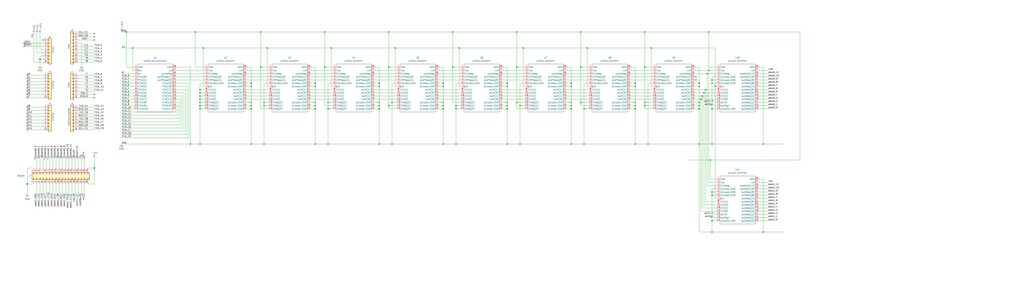
<source format=kicad_sch>
(kicad_sch (version 20250114) (generator "eeschema") (generator_version "9.0")
  (paper "User" 812.8 228.6)
  (title_block (date "mar. 31 mars 2015"))
  (lib_symbols
    (symbol "Connector_Generic:Conn_01x08" (pin_names (offset 1.016) (hide yes))
      (property "Reference" "J" (at 0 10.16 0))
      (property "Value" "Conn_01x08" (at 0 -12.7 0))
      (symbol "Conn_01x08_1_1"
        (pin passive line (at -5.08 7.62 0) (length 3.81) (name "Pin_1") (number "1"))
        (pin passive line (at -5.08 5.08 0) (length 3.81) (name "Pin_2") (number "2"))
        (pin passive line (at -5.08 2.54 0) (length 3.81) (name "Pin_3") (number "3"))
        (pin passive line (at -5.08 0 0) (length 3.81) (name "Pin_4") (number "4"))
        (pin passive line (at -5.08 -2.54 0) (length 3.81) (name "Pin_5") (number "5"))
        (pin passive line (at -5.08 -5.08 0) (length 3.81) (name "Pin_6") (number "6"))
        (pin passive line (at -5.08 -7.62 0) (length 3.81) (name "Pin_7") (number "7"))
        (pin passive line (at -5.08 -10.16 0) (length 3.81) (name "Pin_8") (number "8"))
      )
    )
    (symbol "Connector_Generic:Conn_01x10" (pin_names (offset 1.016) (hide yes))
      (property "Reference" "J" (at 0 12.7 0))
      (property "Value" "Conn_01x10" (at 0 -15.24 0))
      (symbol "Conn_01x10_1_1"
        (pin passive line (at -5.08 10.16 0) (length 3.81) (name "Pin_1") (number "1"))
        (pin passive line (at -5.08 7.62 0) (length 3.81) (name "Pin_2") (number "2"))
        (pin passive line (at -5.08 5.08 0) (length 3.81) (name "Pin_3") (number "3"))
        (pin passive line (at -5.08 2.54 0) (length 3.81) (name "Pin_4") (number "4"))
        (pin passive line (at -5.08 0 0) (length 3.81) (name "Pin_5") (number "5"))
        (pin passive line (at -5.08 -2.54 0) (length 3.81) (name "Pin_6") (number "6"))
        (pin passive line (at -5.08 -5.08 0) (length 3.81) (name "Pin_7") (number "7"))
        (pin passive line (at -5.08 -7.62 0) (length 3.81) (name "Pin_8") (number "8"))
        (pin passive line (at -5.08 -10.16 0) (length 3.81) (name "Pin_9") (number "9"))
        (pin passive line (at -5.08 -12.7 0) (length 3.81) (name "Pin_10") (number "10"))
      )
    )
    (symbol "Connector_Generic:Conn_02x18_Odd_Even" (pin_names (offset 1.016) (hide yes))
      (property "Reference" "J" (at 1.27 22.86 0))
      (property "Value" "Conn_02x18_Odd_Even" (at 1.27 -25.4 0))
      (symbol "Conn_02x18_Odd_Even_1_1"
        (pin passive line (at -5.08 20.32 0) (length 3.81) (name "Pin_1") (number "1"))
        (pin passive line (at -5.08 17.78 0) (length 3.81) (name "Pin_3") (number "3"))
        (pin passive line (at -5.08 15.24 0) (length 3.81) (name "Pin_5") (number "5"))
        (pin passive line (at -5.08 12.7 0) (length 3.81) (name "Pin_7") (number "7"))
        (pin passive line (at -5.08 10.16 0) (length 3.81) (name "Pin_9") (number "9"))
        (pin passive line (at -5.08 7.62 0) (length 3.81) (name "Pin_11") (number "11"))
        (pin passive line (at -5.08 5.08 0) (length 3.81) (name "Pin_13") (number "13"))
        (pin passive line (at -5.08 2.54 0) (length 3.81) (name "Pin_15") (number "15"))
        (pin passive line (at -5.08 0 0) (length 3.81) (name "Pin_17") (number "17"))
        (pin passive line (at -5.08 -2.54 0) (length 3.81) (name "Pin_19") (number "19"))
        (pin passive line (at -5.08 -5.08 0) (length 3.81) (name "Pin_21") (number "21"))
        (pin passive line (at -5.08 -7.62 0) (length 3.81) (name "Pin_23") (number "23"))
        (pin passive line (at -5.08 -10.16 0) (length 3.81) (name "Pin_25") (number "25"))
        (pin passive line (at -5.08 -12.7 0) (length 3.81) (name "Pin_27") (number "27"))
        (pin passive line (at -5.08 -15.24 0) (length 3.81) (name "Pin_29") (number "29"))
        (pin passive line (at -5.08 -17.78 0) (length 3.81) (name "Pin_31") (number "31"))
        (pin passive line (at -5.08 -20.32 0) (length 3.81) (name "Pin_33") (number "33"))
        (pin passive line (at -5.08 -22.86 0) (length 3.81) (name "Pin_35") (number "35"))
        (pin passive line (at 7.62 20.32 180) (length 3.81) (name "Pin_2") (number "2"))
        (pin passive line (at 7.62 17.78 180) (length 3.81) (name "Pin_4") (number "4"))
        (pin passive line (at 7.62 15.24 180) (length 3.81) (name "Pin_6") (number "6"))
        (pin passive line (at 7.62 12.7 180) (length 3.81) (name "Pin_8") (number "8"))
        (pin passive line (at 7.62 10.16 180) (length 3.81) (name "Pin_10") (number "10"))
        (pin passive line (at 7.62 7.62 180) (length 3.81) (name "Pin_12") (number "12"))
        (pin passive line (at 7.62 5.08 180) (length 3.81) (name "Pin_14") (number "14"))
        (pin passive line (at 7.62 2.54 180) (length 3.81) (name "Pin_16") (number "16"))
        (pin passive line (at 7.62 0 180) (length 3.81) (name "Pin_18") (number "18"))
        (pin passive line (at 7.62 -2.54 180) (length 3.81) (name "Pin_20") (number "20"))
        (pin passive line (at 7.62 -5.08 180) (length 3.81) (name "Pin_22") (number "22"))
        (pin passive line (at 7.62 -7.62 180) (length 3.81) (name "Pin_24") (number "24"))
        (pin passive line (at 7.62 -10.16 180) (length 3.81) (name "Pin_26") (number "26"))
        (pin passive line (at 7.62 -12.7 180) (length 3.81) (name "Pin_28") (number "28"))
        (pin passive line (at 7.62 -15.24 180) (length 3.81) (name "Pin_30") (number "30"))
        (pin passive line (at 7.62 -17.78 180) (length 3.81) (name "Pin_32") (number "32"))
        (pin passive line (at 7.62 -20.32 180) (length 3.81) (name "Pin_34") (number "34"))
        (pin passive line (at 7.62 -22.86 180) (length 3.81) (name "Pin_36") (number "36"))
      )
    )
    (symbol "power:+3V3" (power) (pin_names (offset 0))
      (property "Value" "+3V3" (at 0 3.556 0))
      (symbol "+3V3_1_1"
        (pin power_in line (at 0 0 90) (length 0) (hide yes) (name "+3V3") (number "1"))
      )
    )
    (symbol "power:+5V" (power) (pin_names (offset 0))
      (property "Value" "+5V" (at 0 3.556 0))
      (symbol "+5V_1_1"
        (pin power_in line (at 0 0 90) (length 0) (hide yes) (name "+5V") (number "1"))
      )
    )
    (symbol "power:GND" (power) (pin_names (offset 0))
      (property "Value" "GND" (at 0 -3.81 0))
      (symbol "GND_1_1"
        (pin power_in line (at 0 0 270) (length 0) (hide yes) (name "GND") (number "1"))
      )
    )
    (symbol "power:VCC" (power) (pin_names (offset 0))
      (property "Value" "VCC" (at 0 3.81 0))
      (symbol "VCC_1_1"
        (pin power_in line (at 0 0 90) (length 0) (hide yes) (name "VCC") (number "1"))
      )
    )
    (symbol "user_mychip25y1st_nco_sub1:NCO_Sub1"
      (property "Reference" "U" (at 0 22.86 0))
      (property "Value" "phase_accumulator" (at 0 20.32 0))
      (symbol "NCO_Sub1_1_1"
        (pin power_in line (at -16.51 16.51 0) (length 2.54) (name "VDD") (number "1"))
        (pin input clock (at -16.51 13.97 0) (length 2.54) (name "clk") (number "2"))
        (pin input line (at -16.51 11.43 0) (length 2.54) (name "en") (number "3"))
        (pin input line (at -16.51 8.89 0) (length 2.54) (name "FCW[0]") (number "4"))
        (pin input line (at -16.51 6.35 0) (length 2.54) (name "FCW[1]") (number "5"))
        (pin input line (at -16.51 3.81 0) (length 2.54) (name "FCW[2]") (number "6"))
        (pin input line (at -16.51 1.27 0) (length 2.54) (name "FCW[3]") (number "7"))
        (pin input line (at -16.51 -1.27 0) (length 2.54) (name "FCW[4]") (number "8"))
        (pin input line (at -16.51 -3.81 0) (length 2.54) (name "FCW[5]") (number "9"))
        (pin input line (at -16.51 -6.35 0) (length 2.54) (name "FCW[6]") (number "10"))
        (pin input line (at -16.51 -8.89 0) (length 2.54) (name "FCW[7]") (number "11"))
        (pin input line (at -16.51 -11.43 0) (length 2.54) (name "FCW[8]") (number "12"))
        (pin input line (at -16.51 -13.97 0) (length 2.54) (name "FCW[9]") (number "13"))
        (pin input line (at -16.51 -16.51 0) (length 2.54) (name "FCW[10]") (number "14"))
        (pin power_in line (at 16.51 16.51 180) (length 2.54) (name "GND") (number "28"))
        (pin output line (at 16.51 13.97 180) (length 2.54) (name "vld") (number "27"))
        (pin output line (at 16.51 11.43 180) (length 2.54) (name "outIsNeg") (number "26"))
        (pin output line (at 16.51 8.89 180) (length 2.54) (name "outPhase[1]") (number "25"))
        (pin output line (at 16.51 6.35 180) (length 2.54) (name "outPhase[0]") (number "24"))
        (pin input line (at 16.51 3.81 180) (length 2.54) (name "FCW[19]") (number "23"))
        (pin input line (at 16.51 1.27 180) (length 2.54) (name "FCW[18]") (number "22"))
        (pin input line (at 16.51 -1.27 180) (length 2.54) (name "FCW[17]") (number "21"))
        (pin input line (at 16.51 -3.81 180) (length 2.54) (name "FCW[16]") (number "20"))
        (pin input line (at 16.51 -6.35 180) (length 2.54) (name "FCW[15]") (number "19"))
        (pin input line (at 16.51 -8.89 180) (length 2.54) (name "FCW[14]") (number "18"))
        (pin input line (at 16.51 -11.43 180) (length 2.54) (name "FCW[13]") (number "17"))
        (pin input line (at 16.51 -13.97 180) (length 2.54) (name "FCW[12]") (number "16"))
        (pin input line (at 16.51 -16.51 180) (length 2.54) (name "FCW[11]") (number "15"))
      )
    )
    (symbol "user_mychip25y1st_nco_sub2:NCO_Sub2"
      (property "Reference" "U" (at 0 21.59 0))
      (property "Value" "cordic_element" (at 0 19.05 0))
      (symbol "NCO_Sub2_1_1"
        (pin power_in line (at -16.51 15.24 0) (length 2.54) (name "VDD") (number "1"))
        (pin input line (at -16.51 12.7 0) (length 2.54) (name "rdy") (number "2"))
        (pin input line (at -16.51 10.16 0) (length 2.54) (name "inIsNeg") (number "3"))
        (pin input line (at -16.51 7.62 0) (length 2.54) (name "inPhase[0]") (number "4"))
        (pin input line (at -16.51 5.08 0) (length 2.54) (name "inPhase[1]") (number "5"))
        (pin input line (at -16.51 2.54 0) (length 2.54) (name "Unused_GND") (number "6"))
        (pin input clock (at -16.51 0 0) (length 2.54) (name "clk") (number "7"))
        (pin input line (at -16.51 -2.54 0) (length 2.54) (name "inX[1]") (number "8"))
        (pin input line (at -16.51 -5.08 0) (length 2.54) (name "inX[0]") (number "9"))
        (pin input line (at -16.51 -7.62 0) (length 2.54) (name "inY[1]") (number "10"))
        (pin input line (at -16.51 -10.16 0) (length 2.54) (name "inY[0]") (number "11"))
        (pin input line (at -16.51 -12.7 0) (length 2.54) (name "inStg[2]") (number "12"))
        (pin input line (at -16.51 -15.24 0) (length 2.54) (name "inStg[1]") (number "13"))
        (pin input line (at -16.51 -17.78 0) (length 2.54) (name "inStg[0]") (number "14"))
        (pin power_in line (at 16.51 15.24 180) (length 2.54) (name "GND") (number "28"))
        (pin output line (at 16.51 12.7 180) (length 2.54) (name "vld") (number "27"))
        (pin output line (at 16.51 10.16 180) (length 2.54) (name "outIsNeg") (number "26"))
        (pin output line (at 16.51 7.62 180) (length 2.54) (name "outPhase[1]") (number "25"))
        (pin output line (at 16.51 5.08 180) (length 2.54) (name "outPhase[0]") (number "24"))
        (pin input line (at 16.51 2.54 180) (length 2.54) (name "Unused_GND") (number "23"))
        (pin input line (at 16.51 0 180) (length 2.54) (name "Unused_GND") (number "22"))
        (pin output line (at 16.51 -2.54 180) (length 2.54) (name "outX[1]") (number "21"))
        (pin output line (at 16.51 -5.08 180) (length 2.54) (name "outX[0]") (number "20"))
        (pin output line (at 16.51 -7.62 180) (length 2.54) (name "outY[1]") (number "19"))
        (pin output line (at 16.51 -10.16 180) (length 2.54) (name "outY[0]") (number "18"))
        (pin input line (at 16.51 -12.7 180) (length 2.54) (name "Unused_GND") (number "17"))
        (pin input line (at 16.51 -15.24 180) (length 2.54) (name "Unused_GND") (number "16"))
        (pin input line (at 16.51 -17.78 180) (length 2.54) (name "Unused_GND") (number "15"))
      )
    )
    (symbol "user_mychip25y1st_nco_sub3:NCO_Sub3"
      (property "Reference" "U" (at 0 21.59 0))
      (property "Value" "output_terminal" (at 0 19.05 0))
      (symbol "NCO_Sub3_1_1"
        (pin power_in line (at -16.51 15.24 0) (length 2.54) (name "VDD") (number "1"))
        (pin input line (at -16.51 12.7 0) (length 2.54) (name "rdy") (number "2"))
        (pin input line (at -16.51 10.16 0) (length 2.54) (name "inIsNeg") (number "3"))
        (pin input line (at -16.51 7.62 0) (length 2.54) (name "Unused_GND") (number "4"))
        (pin input line (at -16.51 5.08 0) (length 2.54) (name "Unused_GND") (number "5"))
        (pin input line (at -16.51 2.54 0) (length 2.54) (name "Unused_GND") (number "6"))
        (pin input clock (at -16.51 0 0) (length 2.54) (name "clk") (number "7"))
        (pin input line (at -16.51 -2.54 0) (length 2.54) (name "inX[1]") (number "8"))
        (pin input line (at -16.51 -5.08 0) (length 2.54) (name "inX[0]") (number "9"))
        (pin input line (at -16.51 -7.62 0) (length 2.54) (name "inY[1]") (number "10"))
        (pin input line (at -16.51 -10.16 0) (length 2.54) (name "inY[0]") (number "11"))
        (pin input line (at -16.51 -12.7 0) (length 2.54) (name "selXY") (number "12"))
        (pin input line (at -16.51 -15.24 0) (length 2.54) (name "selSign") (number "13"))
        (pin input line (at -16.51 -17.78 0) (length 2.54) (name "Unused_GND") (number "14"))
        (pin power_in line (at 16.51 15.24 180) (length 2.54) (name "GND") (number "28"))
        (pin output line (at 16.51 12.7 180) (length 2.54) (name "vld") (number "27"))
        (pin output line (at 16.51 10.16 180) (length 2.54) (name "outData[11]") (number "26"))
        (pin output line (at 16.51 7.62 180) (length 2.54) (name "outData[10]") (number "25"))
        (pin output line (at 16.51 5.08 180) (length 2.54) (name "outData[9]") (number "24"))
        (pin output line (at 16.51 2.54 180) (length 2.54) (name "outData[8]") (number "23"))
        (pin output line (at 16.51 0 180) (length 2.54) (name "outData[7]") (number "22"))
        (pin output line (at 16.51 -2.54 180) (length 2.54) (name "outData[6]") (number "21"))
        (pin output line (at 16.51 -5.08 180) (length 2.54) (name "outData[5]") (number "20"))
        (pin output line (at 16.51 -7.62 180) (length 2.54) (name "outData[4]") (number "19"))
        (pin output line (at 16.51 -10.16 180) (length 2.54) (name "outData[3]") (number "18"))
        (pin output line (at 16.51 -12.7 180) (length 2.54) (name "outData[2]") (number "17"))
        (pin output line (at 16.51 -15.24 180) (length 2.54) (name "outData[1]") (number "16"))
        (pin output line (at 16.51 -17.78 180) (length 2.54) (name "outData[0]") (number "15"))
      )
    )
  )
  (junction (at 260.35 114.3))
  (junction (at 461.01 25.4))
  (junction (at 453.39 83.82))
  (junction (at 308.61 53.34))
  (junction (at 158.75 114.3))
  (junction (at 262.89 38.1))
  (junction (at 21.59 146.05) (diameter 1.016))
  (junction (at 359.41 25.4))
  (junction (at 410.21 25.4))
  (junction (at 565.15 184.15))
  (junction (at 257.81 53.34))
  (junction (at 504.19 86.36))
  (junction (at 260.35 81.28))
  (junction (at 158.75 81.28))
  (junction (at 565.15 152.4))
  (junction (at 561.34 58.42))
  (junction (at 158.75 76.2))
  (junction (at 158.75 86.36))
  (junction (at 605.79 114.3))
  (junction (at 554.99 66.04))
  (junction (at 453.39 86.36))
  (junction (at 453.39 66.04))
  (junction (at 351.79 66.04))
  (junction (at 565.15 175.26))
  (junction (at 412.75 114.3))
  (junction (at 402.59 86.36))
  (junction (at 158.75 78.74))
  (junction (at 463.55 114.3))
  (junction (at 158.75 83.82))
  (junction (at 212.09 38.1))
  (junction (at 31.75 46.99) (diameter 1.016))
  (junction (at 412.75 83.82))
  (junction (at 359.41 53.34))
  (junction (at 402.59 68.58))
  (junction (at 158.75 71.12))
  (junction (at 308.61 83.82))
  (junction (at 461.01 53.34))
  (junction (at 209.55 81.28))
  (junction (at 511.81 25.4))
  (junction (at 300.99 66.04))
  (junction (at 410.21 81.28))
  (junction (at 504.19 81.28))
  (junction (at 504.19 83.82))
  (junction (at 453.39 81.28))
  (junction (at 199.39 81.28))
  (junction (at 209.55 83.82))
  (junction (at 250.19 81.28))
  (junction (at 361.95 83.82))
  (junction (at 556.26 78.74))
  (junction (at 605.79 184.15))
  (junction (at 565.15 86.36))
  (junction (at 351.79 81.28))
  (junction (at 565.15 114.3))
  (junction (at 151.13 114.3))
  (junction (at 207.01 25.4))
  (junction (at 250.19 114.3))
  (junction (at 250.19 83.82))
  (junction (at 453.39 68.58))
  (junction (at 511.81 53.34))
  (junction (at 199.39 114.3))
  (junction (at 410.21 53.34))
  (junction (at 351.79 114.3))
  (junction (at 402.59 81.28))
  (junction (at 199.39 86.36))
  (junction (at 557.53 76.2))
  (junction (at 562.61 55.88))
  (junction (at 250.19 86.36))
  (junction (at 300.99 83.82))
  (junction (at 199.39 66.04))
  (junction (at 311.15 114.3))
  (junction (at 351.79 86.36))
  (junction (at 554.99 83.82))
  (junction (at 250.19 68.58))
  (junction (at 554.99 81.28))
  (junction (at 565.15 66.04))
  (junction (at 466.09 38.1))
  (junction (at 516.89 38.1))
  (junction (at 558.8 73.66))
  (junction (at 105.41 38.1))
  (junction (at 361.95 86.36))
  (junction (at 300.99 114.3))
  (junction (at 199.39 83.82))
  (junction (at 563.88 127))
  (junction (at 207.01 53.34))
  (junction (at 260.35 86.36))
  (junction (at 554.99 114.3))
  (junction (at 415.29 38.1))
  (junction (at 554.99 86.36))
  (junction (at 565.15 63.5))
  (junction (at 511.81 83.82))
  (junction (at 514.35 114.3))
  (junction (at 161.29 38.1))
  (junction (at 402.59 66.04))
  (junction (at 364.49 38.1))
  (junction (at 504.19 114.3))
  (junction (at 562.61 25.4))
  (junction (at 554.99 68.58))
  (junction (at 351.79 68.58))
  (junction (at 565.15 154.94))
  (junction (at 154.94 25.4))
  (junction (at 461.01 81.28))
  (junction (at 567.69 68.58))
  (junction (at 511.81 81.28))
  (junction (at 504.19 68.58))
  (junction (at 313.69 38.1))
  (junction (at 300.99 81.28))
  (junction (at 463.55 86.36))
  (junction (at 453.39 114.3))
  (junction (at 504.19 66.04))
  (junction (at 250.19 66.04))
  (junction (at 158.75 73.66))
  (junction (at 361.95 114.3))
  (junction (at 199.39 68.58))
  (junction (at 308.61 25.4))
  (junction (at 560.07 71.12))
  (junction (at 257.81 25.4))
  (junction (at 300.99 68.58))
  (junction (at 300.99 86.36))
  (junction (at 74.93 133.35) (diameter 1.016))
  (junction (at 100.33 25.4))
  (junction (at 402.59 83.82))
  (junction (at 402.59 114.3))
  (junction (at 351.79 83.82))
  (junction (at 209.55 114.3))
  (junction (at 311.15 81.28))
  (no_connect (at 74.93 74.93))
  (no_connect (at 552.45 60.96))
  (no_connect (at 552.45 63.5))
  (no_connect (at 21.59 97.79))
  (no_connect (at 21.59 100.33))
  (no_connect (at 74.93 31.75))
  (no_connect (at 21.59 64.77))
  (no_connect (at 21.59 74.93))
  (no_connect (at 21.59 85.09))
  (no_connect (at 74.93 77.47))
  (no_connect (at 21.59 67.31))
  (no_connect (at 21.59 102.87))
  (no_connect (at 64.77 123.19))
  (no_connect (at 19.05 36.83))
  (no_connect (at 74.93 26.67))
  (no_connect (at 19.05 34.29))
  (no_connect (at 21.59 92.71))
  (no_connect (at 21.59 95.25))
  (no_connect (at 74.93 29.21))
  (no_connect (at 34.29 31.75))
  (no_connect (at 21.59 90.17))
  (no_connect (at 21.59 69.85))
  (no_connect (at 21.59 72.39))
  (no_connect (at 21.59 87.63))
  (no_connect (at 21.59 59.69))
  (no_connect (at 21.59 62.23))
  (no_connect (at 21.59 77.47))
  (wire (pts (xy 62.23 77.47) (xy 74.93 77.47)))
  (wire (pts (xy 511.81 86.36) (xy 511.81 83.82)))
  (wire (pts (xy 461.01 81.28) (xy 461.01 53.34)))
  (wire (pts (xy 601.98 170.18) (xy 609.6 170.18)))
  (wire (pts (xy 511.81 25.4) (xy 562.61 25.4)))
  (wire (pts (xy 351.79 53.34) (xy 351.79 66.04)))
  (wire (pts (xy 250.19 53.34) (xy 250.19 66.04)))
  (wire (pts (xy 449.58 86.36) (xy 453.39 86.36)))
  (wire (pts (xy 207.01 53.34) (xy 207.01 25.4)))
  (wire (pts (xy 100.33 53.34) (xy 100.33 25.4)))
  (wire (pts (xy 601.98 78.74) (xy 609.6 78.74)))
  (wire (pts (xy 504.19 83.82) (xy 504.19 86.36)))
  (wire (pts (xy 551.18 53.34) (xy 554.99 53.34)))
  (wire (pts (xy 21.59 77.47) (xy 34.29 77.47)))
  (wire (pts (xy 511.81 53.34) (xy 511.81 25.4)))
  (wire (pts (xy 514.35 66.04) (xy 514.35 114.3)))
  (wire (pts (xy 500.38 66.04) (xy 504.19 66.04)))
  (wire (pts (xy 313.69 68.58) (xy 313.69 38.1)))
  (wire (pts (xy 398.78 73.66) (xy 416.56 73.66)))
  (wire (pts (xy 560.07 71.12) (xy 560.07 160.02)))
  (wire (pts (xy 62.23 44.45) (xy 74.93 44.45)))
  (wire (pts (xy 566.42 172.72) (xy 568.96 172.72)))
  (wire (pts (xy 44.45 123.19) (xy 44.45 133.35)))
  (wire (pts (xy 567.69 68.58) (xy 567.69 157.48)))
  (wire (pts (xy 96.52 86.36) (xy 106.68 86.36)))
  (wire (pts (xy 264.16 53.34) (xy 257.81 53.34)))
  (wire (pts (xy 158.75 73.66) (xy 162.56 73.66)))
  (wire (pts (xy 467.36 66.04) (xy 463.55 66.04)))
  (wire (pts (xy 257.81 53.34) (xy 257.81 25.4)))
  (wire (pts (xy 199.39 114.3) (xy 209.55 114.3)))
  (wire (pts (xy 551.18 73.66) (xy 558.8 73.66)))
  (wire (pts (xy 62.23 26.67) (xy 74.93 26.67)))
  (wire (pts (xy 158.75 76.2) (xy 158.75 78.74)))
  (wire (pts (xy 500.38 73.66) (xy 518.16 73.66)))
  (wire (pts (xy 398.78 76.2) (xy 416.56 76.2)))
  (wire (pts (xy 402.59 83.82) (xy 402.59 86.36)))
  (wire (pts (xy 46.99 123.19) (xy 46.99 133.35)))
  (wire (pts (xy 412.75 83.82) (xy 412.75 114.3)))
  (wire (pts (xy 154.94 53.34) (xy 154.94 25.4)))
  (wire (pts (xy 139.7 71.12) (xy 147.32 71.12)))
  (wire (pts (xy 364.49 38.1) (xy 415.29 38.1)))
  (wire (pts (xy 365.76 53.34) (xy 359.41 53.34)))
  (wire (pts (xy 416.56 53.34) (xy 410.21 53.34)))
  (wire (pts (xy 74.93 133.35) (xy 74.93 146.05)))
  (wire (pts (xy 300.99 83.82) (xy 300.99 86.36)))
  (wire (pts (xy 402.59 114.3) (xy 412.75 114.3)))
  (wire (pts (xy 467.36 83.82) (xy 461.01 83.82)))
  (wire (pts (xy 139.7 73.66) (xy 146.05 73.66)))
  (wire (pts (xy 561.34 58.42) (xy 568.96 58.42)))
  (wire (pts (xy 250.19 81.28) (xy 250.19 83.82)))
  (wire (pts (xy 461.01 25.4) (xy 511.81 25.4)))
  (wire (pts (xy 556.26 78.74) (xy 556.26 167.64)))
  (wire (pts (xy 105.41 55.88) (xy 106.68 55.88)))
  (wire (pts (xy 26.67 133.35) (xy 21.59 133.35)))
  (wire (pts (xy 568.96 66.04) (xy 565.15 66.04)))
  (wire (pts (xy 601.98 149.86) (xy 609.6 149.86)))
  (wire (pts (xy 500.38 55.88) (xy 518.16 55.88)))
  (wire (pts (xy 518.16 53.34) (xy 511.81 53.34)))
  (wire (pts (xy 556.26 167.64) (xy 568.96 167.64)))
  (wire (pts (xy 500.38 78.74) (xy 518.16 78.74)))
  (wire (pts (xy 565.15 114.3) (xy 605.79 114.3)))
  (wire (pts (xy 195.58 58.42) (xy 213.36 58.42)))
  (wire (pts (xy 62.23 90.17) (xy 74.93 90.17)))
  (wire (pts (xy 31.75 44.45) (xy 31.75 46.99)))
  (wire (pts (xy 347.98 63.5) (xy 365.76 63.5)))
  (wire (pts (xy 601.98 144.78) (xy 609.6 144.78)))
  (wire (pts (xy 246.38 53.34) (xy 250.19 53.34)))
  (wire (pts (xy 154.94 25.4) (xy 207.01 25.4)))
  (wire (pts (xy 142.24 81.28) (xy 139.7 81.28)))
  (wire (pts (xy 347.98 76.2) (xy 365.76 76.2)))
  (wire (pts (xy 96.52 96.52) (xy 143.51 96.52)))
  (wire (pts (xy 49.53 146.05) (xy 49.53 156.21)))
  (wire (pts (xy 21.59 72.39) (xy 34.29 72.39)))
  (wire (pts (xy 139.7 86.36) (xy 139.7 88.9)))
  (wire (pts (xy 297.18 60.96) (xy 314.96 60.96)))
  (wire (pts (xy 402.59 53.34) (xy 402.59 66.04)))
  (wire (pts (xy 463.55 86.36) (xy 467.36 86.36)))
  (wire (pts (xy 246.38 60.96) (xy 264.16 60.96)))
  (wire (pts (xy 297.18 68.58) (xy 300.99 68.58)))
  (wire (pts (xy 96.52 71.12) (xy 106.68 71.12)))
  (wire (pts (xy 54.61 123.19) (xy 54.61 133.35)))
  (wire (pts (xy 195.58 71.12) (xy 213.36 71.12)))
  (wire (pts (xy 158.75 83.82) (xy 162.56 83.82)))
  (wire (pts (xy 308.61 83.82) (xy 308.61 53.34)))
  (wire (pts (xy 250.19 66.04) (xy 250.19 68.58)))
  (wire (pts (xy 351.79 68.58) (xy 351.79 81.28)))
  (wire (pts (xy 556.26 78.74) (xy 568.96 78.74)))
  (wire (pts (xy 566.42 81.28) (xy 568.96 81.28)))
  (wire (pts (xy 31.75 123.19) (xy 31.75 133.35)))
  (wire (pts (xy 67.31 123.19) (xy 67.31 133.35)))
  (wire (pts (xy 347.98 60.96) (xy 365.76 60.96)))
  (wire (pts (xy 449.58 73.66) (xy 467.36 73.66)))
  (wire (pts (xy 601.98 71.12) (xy 609.6 71.12)))
  (wire (pts (xy 105.41 55.88) (xy 105.41 38.1)))
  (wire (pts (xy 199.39 68.58) (xy 199.39 81.28)))
  (wire (pts (xy 195.58 68.58) (xy 199.39 68.58)))
  (wire (pts (xy 161.29 38.1) (xy 212.09 38.1)))
  (wire (pts (xy 516.89 38.1) (xy 567.69 38.1)))
  (wire (pts (xy 351.79 86.36) (xy 351.79 114.3)))
  (wire (pts (xy 158.75 78.74) (xy 162.56 78.74)))
  (wire (pts (xy 463.55 86.36) (xy 463.55 114.3)))
  (wire (pts (xy 212.09 68.58) (xy 212.09 38.1)))
  (wire (pts (xy 416.56 86.36) (xy 410.21 86.36)))
  (wire (pts (xy 347.98 53.34) (xy 351.79 53.34)))
  (wire (pts (xy 314.96 66.04) (xy 311.15 66.04)))
  (wire (pts (xy 96.52 25.4) (xy 100.33 25.4)))
  (wire (pts (xy 96.52 88.9) (xy 139.7 88.9)))
  (wire (pts (xy 511.81 83.82) (xy 511.81 81.28)))
  (wire (pts (xy 554.99 81.28) (xy 554.99 83.82)))
  (wire (pts (xy 96.52 76.2) (xy 106.68 76.2)))
  (wire (pts (xy 31.75 46.99) (xy 31.75 52.07)))
  (wire (pts (xy 195.58 53.34) (xy 199.39 53.34)))
  (wire (pts (xy 412.75 114.3) (xy 453.39 114.3)))
  (wire (pts (xy 161.29 68.58) (xy 162.56 68.58)))
  (wire (pts (xy 601.98 162.56) (xy 609.6 162.56)))
  (wire (pts (xy 96.52 106.68) (xy 148.59 106.68)))
  (wire (pts (xy 297.18 73.66) (xy 314.96 73.66)))
  (wire (pts (xy 62.23 146.05) (xy 62.23 156.21)))
  (wire (pts (xy 398.78 86.36) (xy 402.59 86.36)))
  (wire (pts (xy 601.98 167.64) (xy 609.6 167.64)))
  (wire (pts (xy 151.13 114.3) (xy 158.75 114.3)))
  (wire (pts (xy 453.39 81.28) (xy 453.39 83.82)))
  (wire (pts (xy 361.95 66.04) (xy 361.95 83.82)))
  (wire (pts (xy 31.75 39.37) (xy 34.29 39.37)))
  (wire (pts (xy 162.56 66.04) (xy 158.75 66.04)))
  (wire (pts (xy 41.91 123.19) (xy 41.91 133.35)))
  (wire (pts (xy 398.78 55.88) (xy 416.56 55.88)))
  (wire (pts (xy 566.42 170.18) (xy 568.96 170.18)))
  (wire (pts (xy 551.18 78.74) (xy 556.26 78.74)))
  (wire (pts (xy 29.21 41.91) (xy 34.29 41.91)))
  (wire (pts (xy 250.19 68.58) (xy 250.19 81.28)))
  (wire (pts (xy 52.07 146.05) (xy 52.07 156.21)))
  (wire (pts (xy 398.78 83.82) (xy 402.59 83.82)))
  (wire (pts (xy 313.69 68.58) (xy 314.96 68.58)))
  (wire (pts (xy 148.59 68.58) (xy 148.59 106.68)))
  (wire (pts (xy 453.39 53.34) (xy 453.39 66.04)))
  (wire (pts (xy 257.81 83.82) (xy 257.81 53.34)))
  (wire (pts (xy 500.38 68.58) (xy 504.19 68.58)))
  (wire (pts (xy 29.21 26.67) (xy 29.21 41.91)))
  (wire (pts (xy 398.78 60.96) (xy 416.56 60.96)))
  (wire (pts (xy 554.99 68.58) (xy 554.99 81.28)))
  (wire (pts (xy 565.15 175.26) (xy 565.15 184.15)))
  (wire (pts (xy 246.38 68.58) (xy 250.19 68.58)))
  (wire (pts (xy 308.61 83.82) (xy 314.96 83.82)))
  (wire (pts (xy 21.59 102.87) (xy 34.29 102.87)))
  (wire (pts (xy 246.38 76.2) (xy 264.16 76.2)))
  (wire (pts (xy 36.83 146.05) (xy 36.83 156.21)))
  (wire (pts (xy 162.56 81.28) (xy 158.75 81.28)))
  (wire (pts (xy 59.69 146.05) (xy 59.69 156.21)))
  (wire (pts (xy 558.8 162.56) (xy 568.96 162.56)))
  (wire (pts (xy 158.75 71.12) (xy 158.75 73.66)))
  (wire (pts (xy 551.18 81.28) (xy 554.99 81.28)))
  (wire (pts (xy 601.98 81.28) (xy 609.6 81.28)))
  (wire (pts (xy 551.18 86.36) (xy 554.99 86.36)))
  (wire (pts (xy 297.18 66.04) (xy 300.99 66.04)))
  (wire (pts (xy 297.18 78.74) (xy 314.96 78.74)))
  (wire (pts (xy 62.23 36.83) (xy 74.93 36.83)))
  (wire (pts (xy 195.58 66.04) (xy 199.39 66.04)))
  (wire (pts (xy 139.7 58.42) (xy 162.56 58.42)))
  (wire (pts (xy 199.39 66.04) (xy 199.39 68.58)))
  (wire (pts (xy 31.75 26.67) (xy 31.75 39.37)))
  (wire (pts (xy 62.23 59.69) (xy 74.93 59.69)))
  (wire (pts (xy 560.07 160.02) (xy 568.96 160.02)))
  (wire (pts (xy 96.52 99.06) (xy 144.78 99.06)))
  (wire (pts (xy 453.39 114.3) (xy 463.55 114.3)))
  (wire (pts (xy 96.52 78.74) (xy 106.68 78.74)))
  (wire (pts (xy 351.79 81.28) (xy 351.79 83.82)))
  (wire (pts (xy 199.39 86.36) (xy 199.39 114.3)))
  (wire (pts (xy 605.79 142.24) (xy 605.79 184.15)))
  (wire (pts (xy 96.52 38.1) (xy 105.41 38.1)))
  (wire (pts (xy 96.52 114.3) (xy 151.13 114.3)))
  (wire (pts (xy 504.19 66.04) (xy 504.19 68.58)))
  (wire (pts (xy 34.29 59.69) (xy 21.59 59.69)))
  (wire (pts (xy 461.01 53.34) (xy 461.01 25.4)))
  (wire (pts (xy 511.81 83.82) (xy 518.16 83.82)))
  (wire (pts (xy 62.23 39.37) (xy 74.93 39.37)))
  (wire (pts (xy 260.35 86.36) (xy 260.35 114.3)))
  (wire (pts (xy 34.29 100.33) (xy 21.59 100.33)))
  (wire (pts (xy 195.58 55.88) (xy 213.36 55.88)))
  (wire (pts (xy 365.76 66.04) (xy 361.95 66.04)))
  (wire (pts (xy 449.58 83.82) (xy 453.39 83.82)))
  (wire (pts (xy 209.55 83.82) (xy 209.55 114.3)))
  (wire (pts (xy 563.88 127) (xy 635 127)))
  (wire (pts (xy 264.16 83.82) (xy 257.81 83.82)))
  (wire (pts (xy 416.56 66.04) (xy 412.75 66.04)))
  (wire (pts (xy 62.23 62.23) (xy 74.93 62.23)))
  (wire (pts (xy 361.95 114.3) (xy 402.59 114.3)))
  (wire (pts (xy 466.09 68.58) (xy 467.36 68.58)))
  (wire (pts (xy 311.15 114.3) (xy 351.79 114.3)))
  (wire (pts (xy 260.35 66.04) (xy 260.35 81.28)))
  (wire (pts (xy 260.35 114.3) (xy 300.99 114.3)))
  (wire (pts (xy 568.96 149.86) (xy 565.15 149.86)))
  (wire (pts (xy 601.98 142.24) (xy 605.79 142.24)))
  (wire (pts (xy 62.23 97.79) (xy 74.93 97.79)))
  (wire (pts (xy 246.38 81.28) (xy 250.19 81.28)))
  (wire (pts (xy 601.98 76.2) (xy 609.6 76.2)))
  (wire (pts (xy 410.21 53.34) (xy 410.21 81.28)))
  (wire (pts (xy 605.79 114.3) (xy 622.3 114.3)))
  (wire (pts (xy 359.41 53.34) (xy 359.41 25.4)))
  (wire (pts (xy 463.55 66.04) (xy 463.55 86.36)))
  (wire (pts (xy 449.58 71.12) (xy 467.36 71.12)))
  (wire (pts (xy 412.75 66.04) (xy 412.75 83.82)))
  (wire (pts (xy 209.55 81.28) (xy 213.36 81.28)))
  (wire (pts (xy 461.01 83.82) (xy 461.01 81.28)))
  (wire (pts (xy 516.89 68.58) (xy 518.16 68.58)))
  (wire (pts (xy 52.07 123.19) (xy 52.07 133.35)))
  (wire (pts (xy 557.53 76.2) (xy 568.96 76.2)))
  (wire (pts (xy 466.09 38.1) (xy 516.89 38.1)))
  (wire (pts (xy 260.35 86.36) (xy 264.16 86.36)))
  (wire (pts (xy 147.32 71.12) (xy 147.32 104.14)))
  (wire (pts (xy 21.59 133.35) (xy 21.59 146.05)))
  (wire (pts (xy 601.98 55.88) (xy 609.6 55.88)))
  (wire (pts (xy 449.58 68.58) (xy 453.39 68.58)))
  (wire (pts (xy 139.7 78.74) (xy 143.51 78.74)))
  (wire (pts (xy 96.52 91.44) (xy 140.97 91.44)))
  (wire (pts (xy 562.61 144.78) (xy 562.61 55.88)))
  (wire (pts (xy 551.18 58.42) (xy 561.34 58.42)))
  (wire (pts (xy 161.29 68.58) (xy 161.29 38.1)))
  (wire (pts (xy 36.83 123.19) (xy 36.83 133.35)))
  (wire (pts (xy 26.67 146.05) (xy 21.59 146.05)))
  (wire (pts (xy 207.01 25.4) (xy 257.81 25.4)))
  (wire (pts (xy 361.95 83.82) (xy 361.95 86.36)))
  (wire (pts (xy 246.38 78.74) (xy 264.16 78.74)))
  (wire (pts (xy 398.78 71.12) (xy 416.56 71.12)))
  (wire (pts (xy 246.38 66.04) (xy 250.19 66.04)))
  (wire (pts (xy 565.15 152.4) (xy 568.96 152.4)))
  (wire (pts (xy 449.58 66.04) (xy 453.39 66.04)))
  (wire (pts (xy 453.39 83.82) (xy 453.39 86.36)))
  (wire (pts (xy 62.23 46.99) (xy 74.93 46.99)))
  (wire (pts (xy 59.69 123.19) (xy 59.69 133.35)))
  (wire (pts (xy 262.89 38.1) (xy 313.69 38.1)))
  (wire (pts (xy 314.96 86.36) (xy 308.61 86.36)))
  (wire (pts (xy 635 127) (xy 635 25.4)))
  (wire (pts (xy 57.15 123.19) (xy 57.15 133.35)))
  (wire (pts (xy 39.37 146.05) (xy 39.37 156.21)))
  (wire (pts (xy 57.15 146.05) (xy 57.15 156.21)))
  (wire (pts (xy 34.29 146.05) (xy 34.29 156.21)))
  (wire (pts (xy 64.77 123.19) (xy 64.77 133.35)))
  (wire (pts (xy 297.18 76.2) (xy 314.96 76.2)))
  (wire (pts (xy 62.23 67.31) (xy 74.93 67.31)))
  (wire (pts (xy 453.39 86.36) (xy 453.39 114.3)))
  (wire (pts (xy 250.19 114.3) (xy 260.35 114.3)))
  (wire (pts (xy 158.75 73.66) (xy 158.75 76.2)))
  (wire (pts (xy 44.45 146.05) (xy 44.45 156.21)))
  (wire (pts (xy 518.16 66.04) (xy 514.35 66.04)))
  (wire (pts (xy 601.98 58.42) (xy 609.6 58.42)))
  (wire (pts (xy 297.18 81.28) (xy 300.99 81.28)))
  (wire (pts (xy 566.42 83.82) (xy 568.96 83.82)))
  (wire (pts (xy 568.96 154.94) (xy 565.15 154.94)))
  (wire (pts (xy 552.45 63.5) (xy 551.18 63.5)))
  (wire (pts (xy 39.37 123.19) (xy 39.37 133.35)))
  (wire (pts (xy 158.75 71.12) (xy 162.56 71.12)))
  (wire (pts (xy 314.96 53.34) (xy 308.61 53.34)))
  (wire (pts (xy 297.18 86.36) (xy 300.99 86.36)))
  (wire (pts (xy 568.96 53.34) (xy 562.61 53.34)))
  (wire (pts (xy 19.05 34.29) (xy 34.29 34.29)))
  (wire (pts (xy 601.98 160.02) (xy 609.6 160.02)))
  (wire (pts (xy 601.98 165.1) (xy 609.6 165.1)))
  (wire (pts (xy 300.99 66.04) (xy 300.99 68.58)))
  (wire (pts (xy 300.99 114.3) (xy 311.15 114.3)))
  (wire (pts (xy 246.38 73.66) (xy 264.16 73.66)))
  (wire (pts (xy 565.15 152.4) (xy 565.15 154.94)))
  (wire (pts (xy 260.35 81.28) (xy 260.35 86.36)))
  (wire (pts (xy 139.7 63.5) (xy 162.56 63.5)))
  (wire (pts (xy 402.59 81.28) (xy 402.59 83.82)))
  (wire (pts (xy 554.99 66.04) (xy 554.99 68.58)))
  (wire (pts (xy 554.99 114.3) (xy 565.15 114.3)))
  (wire (pts (xy 199.39 83.82) (xy 199.39 86.36)))
  (wire (pts (xy 162.56 53.34) (xy 154.94 53.34)))
  (wire (pts (xy 467.36 53.34) (xy 461.01 53.34)))
  (wire (pts (xy 500.38 76.2) (xy 518.16 76.2)))
  (wire (pts (xy 398.78 53.34) (xy 402.59 53.34)))
  (wire (pts (xy 601.98 86.36) (xy 609.6 86.36)))
  (wire (pts (xy 195.58 86.36) (xy 199.39 86.36)))
  (wire (pts (xy 402.59 68.58) (xy 402.59 81.28)))
  (wire (pts (xy 565.15 63.5) (xy 568.96 63.5)))
  (wire (pts (xy 213.36 86.36) (xy 207.01 86.36)))
  (wire (pts (xy 347.98 71.12) (xy 365.76 71.12)))
  (wire (pts (xy 62.23 87.63) (xy 74.93 87.63)))
  (wire (pts (xy 554.99 86.36) (xy 554.99 114.3)))
  (wire (pts (xy 74.93 125.73) (xy 74.93 133.35)))
  (wire (pts (xy 568.96 144.78) (xy 562.61 144.78)))
  (wire (pts (xy 139.7 76.2) (xy 144.78 76.2)))
  (wire (pts (xy 554.99 184.15) (xy 565.15 184.15)))
  (wire (pts (xy 551.18 76.2) (xy 557.53 76.2)))
  (wire (pts (xy 64.77 34.29) (xy 64.77 52.07)))
  (wire (pts (xy 546.1 127) (xy 563.88 127)))
  (wire (pts (xy 449.58 53.34) (xy 453.39 53.34)))
  (wire (pts (xy 415.29 68.58) (xy 416.56 68.58)))
  (wire (pts (xy 565.15 66.04) (xy 565.15 86.36)))
  (wire (pts (xy 62.23 102.87) (xy 74.93 102.87)))
  (wire (pts (xy 402.59 86.36) (xy 402.59 114.3)))
  (wire (pts (xy 565.15 86.36) (xy 565.15 114.3)))
  (wire (pts (xy 297.18 63.5) (xy 314.96 63.5)))
  (wire (pts (xy 563.88 142.24) (xy 563.88 127)))
  (wire (pts (xy 62.23 31.75) (xy 74.93 31.75)))
  (wire (pts (xy 347.98 86.36) (xy 351.79 86.36)))
  (wire (pts (xy 250.19 86.36) (xy 250.19 114.3)))
  (wire (pts (xy 246.38 55.88) (xy 264.16 55.88)))
  (wire (pts (xy 568.96 142.24) (xy 563.88 142.24)))
  (wire (pts (xy 554.99 53.34) (xy 554.99 66.04)))
  (wire (pts (xy 69.85 133.35) (xy 74.93 133.35)))
  (wire (pts (xy 398.78 63.5) (xy 416.56 63.5)))
  (wire (pts (xy 412.75 83.82) (xy 416.56 83.82)))
  (wire (pts (xy 62.23 95.25) (xy 74.93 95.25)))
  (wire (pts (xy 453.39 66.04) (xy 453.39 68.58)))
  (wire (pts (xy 297.18 58.42) (xy 314.96 58.42)))
  (wire (pts (xy 21.59 92.71) (xy 34.29 92.71)))
  (wire (pts (xy 158.75 83.82) (xy 158.75 86.36)))
  (wire (pts (xy 514.35 114.3) (xy 554.99 114.3)))
  (wire (pts (xy 297.18 71.12) (xy 314.96 71.12)))
  (wire (pts (xy 410.21 25.4) (xy 410.21 53.34)))
  (wire (pts (xy 351.79 66.04) (xy 351.79 68.58)))
  (wire (pts (xy 96.52 93.98) (xy 142.24 93.98)))
  (wire (pts (xy 34.29 64.77) (xy 21.59 64.77)))
  (wire (pts (xy 19.05 36.83) (xy 34.29 36.83)))
  (wire (pts (xy 158.75 114.3) (xy 199.39 114.3)))
  (wire (pts (xy 415.29 68.58) (xy 415.29 38.1)))
  (wire (pts (xy 96.52 73.66) (xy 106.68 73.66)))
  (wire (pts (xy 62.23 85.09) (xy 74.93 85.09)))
  (wire (pts (xy 213.36 53.34) (xy 207.01 53.34)))
  (wire (pts (xy 300.99 81.28) (xy 300.99 83.82)))
  (wire (pts (xy 158.75 78.74) (xy 158.75 81.28)))
  (wire (pts (xy 449.58 60.96) (xy 467.36 60.96)))
  (wire (pts (xy 562.61 25.4) (xy 635 25.4)))
  (wire (pts (xy 34.29 46.99) (xy 31.75 46.99)))
  (wire (pts (xy 139.7 66.04) (xy 149.86 66.04)))
  (wire (pts (xy 562.61 55.88) (xy 568.96 55.88)))
  (wire (pts (xy 347.98 73.66) (xy 365.76 73.66)))
  (wire (pts (xy 601.98 73.66) (xy 609.6 73.66)))
  (wire (pts (xy 351.79 83.82) (xy 351.79 86.36)))
  (wire (pts (xy 558.8 73.66) (xy 568.96 73.66)))
  (wire (pts (xy 308.61 53.34) (xy 308.61 25.4)))
  (wire (pts (xy 504.19 68.58) (xy 504.19 81.28)))
  (wire (pts (xy 504.19 53.34) (xy 504.19 66.04)))
  (wire (pts (xy 504.19 114.3) (xy 514.35 114.3)))
  (wire (pts (xy 361.95 86.36) (xy 365.76 86.36)))
  (wire (pts (xy 398.78 68.58) (xy 402.59 68.58)))
  (wire (pts (xy 96.52 109.22) (xy 149.86 109.22)))
  (wire (pts (xy 209.55 81.28) (xy 209.55 83.82)))
  (wire (pts (xy 96.52 63.5) (xy 106.68 63.5)))
  (wire (pts (xy 601.98 66.04) (xy 609.6 66.04)))
  (wire (pts (xy 568.96 165.1) (xy 557.53 165.1)))
  (wire (pts (xy 209.55 66.04) (xy 209.55 81.28)))
  (wire (pts (xy 246.38 58.42) (xy 264.16 58.42)))
  (wire (pts (xy 257.81 25.4) (xy 308.61 25.4)))
  (wire (pts (xy 410.21 81.28) (xy 416.56 81.28)))
  (wire (pts (xy 96.52 68.58) (xy 106.68 68.58)))
  (wire (pts (xy 158.75 81.28) (xy 158.75 83.82)))
  (wire (pts (xy 297.18 55.88) (xy 314.96 55.88)))
  (wire (pts (xy 34.29 49.53) (xy 26.67 49.53)))
  (wire (pts (xy 100.33 25.4) (xy 154.94 25.4)))
  (wire (pts (xy 195.58 60.96) (xy 213.36 60.96)))
  (wire (pts (xy 29.21 123.19) (xy 29.21 133.35)))
  (wire (pts (xy 308.61 86.36) (xy 308.61 83.82)))
  (wire (pts (xy 347.98 58.42) (xy 365.76 58.42)))
  (wire (pts (xy 500.38 83.82) (xy 504.19 83.82)))
  (wire (pts (xy 199.39 53.34) (xy 199.39 66.04)))
  (wire (pts (xy 558.8 73.66) (xy 558.8 162.56)))
  (wire (pts (xy 144.78 76.2) (xy 144.78 99.06)))
  (wire (pts (xy 21.59 62.23) (xy 34.29 62.23)))
  (wire (pts (xy 212.09 68.58) (xy 213.36 68.58)))
  (wire (pts (xy 158.75 86.36) (xy 158.75 114.3)))
  (wire (pts (xy 96.52 83.82) (xy 106.68 83.82)))
  (wire (pts (xy 96.52 66.04) (xy 106.68 66.04)))
  (wire (pts (xy 364.49 68.58) (xy 365.76 68.58)))
  (wire (pts (xy 398.78 66.04) (xy 402.59 66.04)))
  (wire (pts (xy 195.58 81.28) (xy 199.39 81.28)))
  (wire (pts (xy 297.18 83.82) (xy 300.99 83.82)))
  (wire (pts (xy 31.75 146.05) (xy 31.75 156.21)))
  (wire (pts (xy 158.75 76.2) (xy 162.56 76.2)))
  (wire (pts (xy 601.98 152.4) (xy 609.6 152.4)))
  (wire (pts (xy 601.98 68.58) (xy 609.6 68.58)))
  (wire (pts (xy 359.41 25.4) (xy 410.21 25.4)))
  (wire (pts (xy 601.98 53.34) (xy 605.79 53.34)))
  (wire (pts (xy 554.99 114.3) (xy 554.99 184.15)))
  (wire (pts (xy 347.98 55.88) (xy 365.76 55.88)))
  (wire (pts (xy 365.76 81.28) (xy 359.41 81.28)))
  (wire (pts (xy 500.38 63.5) (xy 518.16 63.5)))
  (wire (pts (xy 562.61 53.34) (xy 562.61 25.4)))
  (wire (pts (xy 158.75 66.04) (xy 158.75 71.12)))
  (wire (pts (xy 140.97 83.82) (xy 139.7 83.82)))
  (wire (pts (xy 364.49 68.58) (xy 364.49 38.1)))
  (wire (pts (xy 560.07 71.12) (xy 568.96 71.12)))
  (wire (pts (xy 500.38 81.28) (xy 504.19 81.28)))
  (wire (pts (xy 311.15 81.28) (xy 314.96 81.28)))
  (wire (pts (xy 551.18 71.12) (xy 560.07 71.12)))
  (wire (pts (xy 54.61 146.05) (xy 54.61 156.21)))
  (wire (pts (xy 463.55 114.3) (xy 504.19 114.3)))
  (wire (pts (xy 500.38 71.12) (xy 518.16 71.12)))
  (wire (pts (xy 311.15 66.04) (xy 311.15 81.28)))
  (wire (pts (xy 601.98 175.26) (xy 609.6 175.26)))
  (wire (pts (xy 601.98 157.48) (xy 609.6 157.48)))
  (wire (pts (xy 34.29 90.17) (xy 21.59 90.17)))
  (wire (pts (xy 518.16 86.36) (xy 511.81 86.36)))
  (wire (pts (xy 568.96 147.32) (xy 561.34 147.32)))
  (wire (pts (xy 461.01 81.28) (xy 467.36 81.28)))
  (wire (pts (xy 568.96 157.48) (xy 567.69 157.48)))
  (wire (pts (xy 410.21 25.4) (xy 461.01 25.4)))
  (wire (pts (xy 504.19 86.36) (xy 504.19 114.3)))
  (wire (pts (xy 29.21 146.05) (xy 29.21 156.21)))
  (wire (pts (xy 250.19 83.82) (xy 250.19 86.36)))
  (wire (pts (xy 62.23 92.71) (xy 74.93 92.71)))
  (wire (pts (xy 143.51 78.74) (xy 143.51 96.52)))
  (wire (pts (xy 62.23 34.29) (xy 64.77 34.29)))
  (wire (pts (xy 516.89 68.58) (xy 516.89 38.1)))
  (wire (pts (xy 46.99 146.05) (xy 46.99 156.21)))
  (wire (pts (xy 565.15 175.26) (xy 568.96 175.26)))
  (wire (pts (xy 565.15 154.94) (xy 565.15 175.26)))
  (wire (pts (xy 500.38 53.34) (xy 504.19 53.34)))
  (wire (pts (xy 195.58 78.74) (xy 213.36 78.74)))
  (wire (pts (xy 500.38 86.36) (xy 504.19 86.36)))
  (wire (pts (xy 449.58 58.42) (xy 467.36 58.42)))
  (wire (pts (xy 195.58 76.2) (xy 213.36 76.2)))
  (wire (pts (xy 300.99 68.58) (xy 300.99 81.28)))
  (wire (pts (xy 34.29 44.45) (xy 31.75 44.45)))
  (wire (pts (xy 21.59 97.79) (xy 34.29 97.79)))
  (wire (pts (xy 300.99 53.34) (xy 300.99 66.04)))
  (wire (pts (xy 351.79 114.3) (xy 361.95 114.3)))
  (wire (pts (xy 300.99 86.36) (xy 300.99 114.3)))
  (wire (pts (xy 557.53 76.2) (xy 557.53 165.1)))
  (wire (pts (xy 139.7 60.96) (xy 162.56 60.96)))
  (wire (pts (xy 449.58 78.74) (xy 467.36 78.74)))
  (wire (pts (xy 449.58 81.28) (xy 453.39 81.28)))
  (wire (pts (xy 62.23 123.19) (xy 62.23 133.35)))
  (wire (pts (xy 139.7 55.88) (xy 162.56 55.88)))
  (wire (pts (xy 139.7 68.58) (xy 148.59 68.58)))
  (wire (pts (xy 565.15 63.5) (xy 565.15 66.04)))
  (wire (pts (xy 62.23 41.91) (xy 74.93 41.91)))
  (wire (pts (xy 568.96 68.58) (xy 567.69 68.58)))
  (wire (pts (xy 49.53 123.19) (xy 49.53 133.35)))
  (wire (pts (xy 96.52 104.14) (xy 147.32 104.14)))
  (wire (pts (xy 142.24 81.28) (xy 142.24 93.98)))
  (wire (pts (xy 449.58 55.88) (xy 467.36 55.88)))
  (wire (pts (xy 21.59 87.63) (xy 34.29 87.63)))
  (wire (pts (xy 359.41 81.28) (xy 359.41 53.34)))
  (wire (pts (xy 246.38 83.82) (xy 250.19 83.82)))
  (wire (pts (xy 195.58 63.5) (xy 213.36 63.5)))
  (wire (pts (xy 551.18 55.88) (xy 562.61 55.88)))
  (wire (pts (xy 565.15 184.15) (xy 605.79 184.15)))
  (wire (pts (xy 500.38 60.96) (xy 518.16 60.96)))
  (wire (pts (xy 308.61 25.4) (xy 359.41 25.4)))
  (wire (pts (xy 62.23 64.77) (xy 74.93 64.77)))
  (wire (pts (xy 504.19 81.28) (xy 504.19 83.82)))
  (wire (pts (xy 311.15 81.28) (xy 311.15 114.3)))
  (wire (pts (xy 96.52 58.42) (xy 106.68 58.42)))
  (wire (pts (xy 21.59 67.31) (xy 34.29 67.31)))
  (wire (pts (xy 34.29 123.19) (xy 34.29 133.35)))
  (wire (pts (xy 105.41 38.1) (xy 161.29 38.1)))
  (wire (pts (xy 567.69 38.1) (xy 567.69 68.58)))
  (wire (pts (xy 511.81 81.28) (xy 511.81 53.34)))
  (wire (pts (xy 262.89 68.58) (xy 264.16 68.58)))
  (wire (pts (xy 146.05 73.66) (xy 146.05 101.6)))
  (wire (pts (xy 62.23 100.33) (xy 74.93 100.33)))
  (wire (pts (xy 449.58 63.5) (xy 467.36 63.5)))
  (wire (pts (xy 568.96 60.96) (xy 565.15 60.96)))
  (wire (pts (xy 453.39 68.58) (xy 453.39 81.28)))
  (wire (pts (xy 195.58 83.82) (xy 199.39 83.82)))
  (wire (pts (xy 209.55 83.82) (xy 213.36 83.82)))
  (wire (pts (xy 551.18 68.58) (xy 554.99 68.58)))
  (wire (pts (xy 601.98 147.32) (xy 609.6 147.32)))
  (wire (pts (xy 552.45 60.96) (xy 551.18 60.96)))
  (wire (pts (xy 96.52 60.96) (xy 106.68 60.96)))
  (wire (pts (xy 565.15 86.36) (xy 568.96 86.36)))
  (wire (pts (xy 74.93 146.05) (xy 69.85 146.05)))
  (wire (pts (xy 601.98 63.5) (xy 609.6 63.5)))
  (wire (pts (xy 361.95 86.36) (xy 361.95 114.3)))
  (wire (pts (xy 34.29 85.09) (xy 21.59 85.09)))
  (wire (pts (xy 264.16 66.04) (xy 260.35 66.04)))
  (wire (pts (xy 347.98 66.04) (xy 351.79 66.04)))
  (wire (pts (xy 262.89 68.58) (xy 262.89 38.1)))
  (wire (pts (xy 347.98 78.74) (xy 365.76 78.74)))
  (wire (pts (xy 410.21 81.28) (xy 410.21 86.36)))
  (wire (pts (xy 347.98 83.82) (xy 351.79 83.82)))
  (wire (pts (xy 605.79 53.34) (xy 605.79 114.3)))
  (wire (pts (xy 398.78 58.42) (xy 416.56 58.42)))
  (wire (pts (xy 67.31 146.05) (xy 67.31 156.21)))
  (wire (pts (xy 565.15 60.96) (xy 565.15 63.5)))
  (wire (pts (xy 565.15 149.86) (xy 565.15 152.4)))
  (wire (pts (xy 398.78 81.28) (xy 402.59 81.28)))
  (wire (pts (xy 402.59 66.04) (xy 402.59 68.58)))
  (wire (pts (xy 213.36 66.04) (xy 209.55 66.04)))
  (wire (pts (xy 554.99 83.82) (xy 554.99 86.36)))
  (wire (pts (xy 62.23 29.21) (xy 74.93 29.21)))
  (wire (pts (xy 140.97 83.82) (xy 140.97 91.44)))
  (wire (pts (xy 64.77 146.05) (xy 64.77 156.21)))
  (wire (pts (xy 260.35 81.28) (xy 264.16 81.28)))
  (wire (pts (xy 62.23 72.39) (xy 74.93 72.39)))
  (wire (pts (xy 246.38 71.12) (xy 264.16 71.12)))
  (wire (pts (xy 62.23 69.85) (xy 74.93 69.85)))
  (wire (pts (xy 199.39 81.28) (xy 199.39 83.82)))
  (wire (pts (xy 398.78 78.74) (xy 416.56 78.74)))
  (wire (pts (xy 361.95 83.82) (xy 365.76 83.82)))
  (wire (pts (xy 195.58 73.66) (xy 213.36 73.66)))
  (wire (pts (xy 246.38 63.5) (xy 264.16 63.5)))
  (wire (pts (xy 151.13 53.34) (xy 151.13 114.3)))
  (wire (pts (xy 601.98 83.82) (xy 609.6 83.82)))
  (wire (pts (xy 347.98 81.28) (xy 351.79 81.28)))
  (wire (pts (xy 297.18 53.34) (xy 300.99 53.34)))
  (wire (pts (xy 41.91 146.05) (xy 41.91 156.21)))
  (wire (pts (xy 246.38 86.36) (xy 250.19 86.36)))
  (wire (pts (xy 106.68 53.34) (xy 100.33 53.34)))
  (wire (pts (xy 601.98 172.72) (xy 609.6 172.72)))
  (wire (pts (xy 139.7 53.34) (xy 151.13 53.34)))
  (wire (pts (xy 551.18 83.82) (xy 554.99 83.82)))
  (wire (pts (xy 96.52 101.6) (xy 146.05 101.6)))
  (wire (pts (xy 605.79 184.15) (xy 622.3 184.15)))
  (wire (pts (xy 313.69 38.1) (xy 364.49 38.1)))
  (wire (pts (xy 601.98 154.94) (xy 609.6 154.94)))
  (wire (pts (xy 212.09 38.1) (xy 262.89 38.1)))
  (wire (pts (xy 601.98 60.96) (xy 609.6 60.96)))
  (wire (pts (xy 62.23 74.93) (xy 74.93 74.93)))
  (wire (pts (xy 34.29 95.25) (xy 21.59 95.25)))
  (wire (pts (xy 209.55 114.3) (xy 250.19 114.3)))
  (wire (pts (xy 26.67 49.53) (xy 26.67 26.67)))
  (wire (pts (xy 21.59 146.05) (xy 21.59 153.67)))
  (wire (pts (xy 449.58 76.2) (xy 467.36 76.2)))
  (wire (pts (xy 96.52 81.28) (xy 106.68 81.28)))
  (wire (pts (xy 500.38 58.42) (xy 518.16 58.42)))
  (wire (pts (xy 34.29 74.93) (xy 21.59 74.93)))
  (wire (pts (xy 207.01 86.36) (xy 207.01 53.34)))
  (wire (pts (xy 511.81 81.28) (xy 518.16 81.28)))
  (wire (pts (xy 34.29 69.85) (xy 21.59 69.85)))
  (wire (pts (xy 415.29 38.1) (xy 466.09 38.1)))
  (wire (pts (xy 149.86 66.04) (xy 149.86 109.22)))
  (wire (pts (xy 158.75 86.36) (xy 162.56 86.36)))
  (wire (pts (xy 466.09 68.58) (xy 466.09 38.1)))
  (wire (pts (xy 551.18 66.04) (xy 554.99 66.04)))
  (wire (pts (xy 62.23 49.53) (xy 74.93 49.53)))
  (wire (pts (xy 347.98 68.58) (xy 351.79 68.58)))
  (wire (pts (xy 561.34 147.32) (xy 561.34 58.42)))
  (label "A10" (at 21.59 90.17 0))
  (label "A15" (at 21.59 102.87 0))
  (label "RX1{slash}19" (at 69.85 97.79 180))
  (label "A2" (at 21.59 64.77 0))
  (label "SCL{slash}21" (at 69.85 26.67 180))
  (label "GND" (at 96.52 114.3 0))
  (label "FCW_18" (at 74.93 100.33 0))
  (label "FCW_19" (at 74.93 102.87 0))
  (label "vld0" (at 59.69 123.19 90))
  (label "data1_11" (at 609.6 147.32 0))
  (label "26" (at 62.23 123.19 270))
  (label "FCW_11" (at 74.93 72.39 0))
  (label "vld1" (at 609.6 144.78 0))
  (label "data1_8" (at 49.53 156.21 270))
  (label "data1_9" (at 52.07 156.21 270))
  (label "FCW_0" (at 74.93 36.83 0))
  (label "FCW_4" (at 74.93 46.99 0))
  (label "FCW_0" (at 96.52 60.96 0))
  (label "31" (at 57.15 156.21 90))
  (label "data0_2" (at 609.6 81.28 0))
  (label "FCW_1" (at 96.52 63.5 0))
  (label "FCW_10" (at 74.93 69.85 0))
  (label "22" (at 67.31 123.19 270))
  (label "data1_8" (at 609.6 154.94 0))
  (label "33" (at 54.61 156.21 90))
  (label "FCW_3" (at 74.93 44.45 0))
  (label "36" (at 49.53 123.19 270))
  (label "data1_10" (at 54.61 156.21 270))
  (label "*9" (at 69.85 46.99 180))
  (label "data0_8" (at 49.53 123.19 90))
  (label "data1_3" (at 36.83 156.21 270))
  (label "data0_3" (at 609.6 78.74 0))
  (label "data1_3" (at 609.6 167.64 0))
  (label "*44" (at 39.37 123.19 270))
  (label "A3" (at 21.59 67.31 0))
  (label "AREF" (at 69.85 31.75 180))
  (label "data0_2" (at 34.29 123.19 90))
  (label "FCW_9" (at 96.52 83.82 0))
  (label "data0_4" (at 39.37 123.19 90))
  (label "data1_9" (at 609.6 152.4 0))
  (label "FCW_4" (at 96.52 71.12 0))
  (label "*7" (at 69.85 59.69 180))
  (label "RX2{slash}17" (at 69.85 92.71 180))
  (label "VDD" (at 96.52 25.4 0))
  (label "*52" (at 29.21 123.19 270))
  (label "FCW_5" (at 96.52 73.66 0))
  (label "*4" (at 69.85 67.31 180))
  (label "40" (at 44.45 123.19 270))
  (label "FCW_17" (at 74.93 97.79 0))
  (label "FCW_15" (at 74.93 92.71 0))
  (label "~{RESET}" (at 19.05 36.83 0))
  (label "FCW_16" (at 74.93 95.25 0))
  (label "data1_4" (at 609.6 165.1 0))
  (label "35" (at 52.07 156.21 90))
  (label "selXY_0" (at 62.23 123.19 90))
  (label "FCW_6" (at 74.93 59.69 0))
  (label "FCW_1" (at 74.93 39.37 0))
  (label "TX3{slash}14" (at 69.85 85.09 180))
  (label "selXY_1" (at 62.23 156.21 270))
  (label "en" (at 67.31 156.21 270))
  (label "selXY_0" (at 566.42 81.28 180))
  (label "selXY_1" (at 566.42 170.18 180))
  (label "vld0" (at 609.6 55.88 0))
  (label "*13" (at 69.85 36.83 180))
  (label "FCW_15" (at 96.52 99.06 0))
  (label "28" (at 59.69 123.19 270))
  (label "data0_9" (at 609.6 63.5 0))
  (label "data1_0" (at 29.21 156.21 270))
  (label "*6" (at 69.85 62.23 180))
  (label "23" (at 67.31 156.21 90))
  (label "FCW_17" (at 96.52 104.14 0))
  (label "*12" (at 69.85 39.37 180))
  (label "*2" (at 69.85 72.39 180))
  (label "data0_11" (at 609.6 58.42 0))
  (label "data1_1" (at 31.75 156.21 270))
  (label "RX3{slash}15" (at 69.85 87.63 180))
  (label "29" (at 59.69 156.21 90))
  (label "*8" (at 69.85 49.53 180))
  (label "FCW_9" (at 74.93 67.31 0))
  (label "FCW_5" (at 74.93 49.53 0))
  (label "A13" (at 21.59 97.79 0))
  (label "selSign" (at 566.42 172.72 180))
  (label "vld1" (at 59.69 156.21 270))
  (label "41" (at 44.45 156.21 90))
  (label "30" (at 57.15 123.19 270))
  (label "47" (at 36.83 156.21 90))
  (label "34" (at 52.07 123.19 270))
  (label "*45" (at 39.37 156.21 90))
  (label "*10" (at 69.85 44.45 180))
  (label "data1_5" (at 609.6 162.56 0))
  (label "38" (at 46.99 123.19 270))
  (label "*5" (at 69.85 64.77 180))
  (label "data1_0" (at 609.6 175.26 0))
  (label "51" (at 31.75 156.21 90))
  (label "FCW_11" (at 96.52 88.9 0))
  (label "data1_1" (at 609.6 172.72 0))
  (label "data1_6" (at 609.6 160.02 0))
  (label "data0_0" (at 609.6 86.36 0))
  (label "FCW_6" (at 96.52 76.2 0))
  (label "selSign" (at 566.42 83.82 180))
  (label "FCW_2" (at 96.52 66.04 0))
  (label "clk" (at 96.52 38.1 0))
  (label "FCW_8" (at 74.93 64.77 0))
  (label "FCW_3" (at 96.52 68.58 0))
  (label "FCW_7" (at 96.52 78.74 0))
  (label "A9" (at 21.59 87.63 0))
  (label "TX1{slash}18" (at 69.85 95.25 180))
  (label "selSign" (at 64.77 156.21 270))
  (label "data1_11" (at 57.15 156.21 270))
  (label "data0_7" (at 46.99 123.19 90))
  (label "clk" (at 67.31 123.19 90))
  (label "data0_4" (at 609.6 76.2 0))
  (label "data1_10" (at 609.6 149.86 0))
  (label "data0_0" (at 29.21 123.19 90))
  (label "FCW_14" (at 96.52 96.52 0))
  (label "A6" (at 21.59 74.93 0))
  (label "TX0{slash}1" (at 69.85 74.93 180))
  (label "42" (at 41.91 123.19 270))
  (label "A1" (at 21.59 62.23 0))
  (label "53" (at 29.21 156.21 90))
  (label "data0_5" (at 609.6 73.66 0))
  (label "24" (at 64.77 123.19 270))
  (label "data1_6" (at 44.45 156.21 270))
  (label "FCW_2" (at 74.93 41.91 0))
  (label "RX0{slash}0" (at 69.85 77.47 180))
  (label "FCW_10" (at 96.52 86.36 0))
  (label "FCW_13" (at 96.52 93.98 0))
  (label "A0" (at 21.59 59.69 0))
  (label "TX2{slash}16" (at 69.85 90.17 180))
  (label "FCW_14" (at 74.93 90.17 0))
  (label "A14" (at 21.59 100.33 0))
  (label "39" (at 46.99 156.21 90))
  (label "A8" (at 21.59 85.09 0))
  (label "data0_10" (at 54.61 123.19 90))
  (label "data0_10" (at 609.6 60.96 0))
  (label "data0_3" (at 36.83 123.19 90))
  (label "data1_7" (at 609.6 157.48 0))
  (label "data0_9" (at 52.07 123.19 90))
  (label "FCW_8" (at 96.52 81.28 0))
  (label "Vin" (at 26.67 26.67 270))
  (label "SDA{slash}20" (at 69.85 29.21 180))
  (label "27" (at 62.23 156.21 90))
  (label "data0_5" (at 41.91 123.19 90))
  (label "FCW_13" (at 74.93 87.63 0))
  (label "en" (at 96.52 58.42 0))
  (label "37" (at 49.53 156.21 90))
  (label "25" (at 64.77 156.21 90))
  (label "*46" (at 36.83 123.19 270))
  (label "data0_6" (at 609.6 71.12 0))
  (label "data1_7" (at 46.99 156.21 270))
  (label "data0_1" (at 31.75 123.19 90))
  (label "FCW_12" (at 96.52 91.44 0))
  (label "50" (at 31.75 123.19 270))
  (label "data0_11" (at 57.15 123.19 90))
  (label "*11" (at 69.85 41.91 180))
  (label "data0_6" (at 44.45 123.19 90))
  (label "data1_2" (at 609.6 170.18 0))
  (label "IOREF" (at 19.05 34.29 0))
  (label "SDA{slash}20" (at 69.85 100.33 180))
  (label "FCW_12" (at 74.93 85.09 0))
  (label "*3" (at 69.85 69.85 180))
  (label "A7" (at 21.59 77.47 0))
  (label "data1_4" (at 39.37 156.21 270))
  (label "A11" (at 21.59 92.71 0))
  (label "A4" (at 21.59 69.85 0))
  (label "49" (at 34.29 156.21 90))
  (label "A5" (at 21.59 72.39 0))
  (label "SCL{slash}21" (at 69.85 102.87 180))
  (label "data0_1" (at 609.6 83.82 0))
  (label "data0_7" (at 609.6 68.58 0))
  (label "FCW_7" (at 74.93 62.23 0))
  (label "data1_2" (at 34.29 156.21 270))
  (label "FCW_18" (at 96.52 106.68 0))
  (label "data1_5" (at 41.91 156.21 270))
  (label "32" (at 54.61 123.19 270))
  (label "43" (at 41.91 156.21 90))
  (label "FCW_16" (at 96.52 101.6 0))
  (label "FCW_19" (at 96.52 109.22 0))
  (label "data0_8" (at 609.6 66.04 0))
  (label "A12" (at 21.59 95.25 0))
  (label "48" (at 34.29 123.19 270))
  (symbol (lib_id "Connector_Generic:Conn_01x08") (at 39.37 39.37 0) (unit 1)
    (property "Reference" "J1" (at 39.37 29.21 0))
    (property "Value" "Power" (at 41.91 39.37 90))
    (property "Footprint" "Connector_PinSocket_2.54mm:PinSocket_1x08_P2.54mm_Vertical" (effects (hide yes)))
  )
  (symbol (lib_id "power:+3V3") (at 31.75 26.67 0) (unit 1)
    (property "Reference" "#PWR03" (effects (hide yes)))
    (property "Value" "+3V3" (at 32.131 23.622 90) (effects (justify left)))
  )
  (symbol (lib_id "power:+5V") (at 29.21 26.67 0) (unit 1)
    (property "Reference" "#PWR02" (effects (hide yes)))
    (property "Value" "+5V" (at 29.5656 23.622 90) (effects (justify left)))
  )
  (symbol (lib_id "power:GND") (at 31.75 52.07 0) (unit 1)
    (property "Reference" "#PWR04" (effects (hide yes)))
    (property "Value" "GND" (at 31.75 55.88 0))
  )
  (symbol (lib_id "Connector_Generic:Conn_01x10") (at 57.15 36.83 0) (mirror y) (unit 1)
    (property "Reference" "J2" (at 57.15 24.13 0))
    (property "Value" "PWM" (at 54.61 36.83 90))
    (property "Footprint" "Connector_PinSocket_2.54mm:PinSocket_1x10_P2.54mm_Vertical" (effects (hide yes)))
  )
  (symbol (lib_id "power:GND") (at 64.77 52.07 0) (unit 1)
    (property "Reference" "#PWR05" (effects (hide yes)))
    (property "Value" "GND" (at 64.77 55.88 0))
  )
  (symbol (lib_id "Connector_Generic:Conn_01x08") (at 39.37 67.31 0) (unit 1)
    (property "Reference" "J3" (at 39.37 57.15 0))
    (property "Value" "Analog" (at 41.91 67.31 90))
    (property "Footprint" "Connector_PinSocket_2.54mm:PinSocket_1x08_P2.54mm_Vertical" (effects (hide yes)))
  )
  (symbol (lib_id "Connector_Generic:Conn_01x08") (at 57.15 67.31 0) (mirror y) (unit 1)
    (property "Reference" "J4" (at 57.15 57.15 0))
    (property "Value" "PWM" (at 54.61 67.31 90))
    (property "Footprint" "Connector_PinSocket_2.54mm:PinSocket_1x08_P2.54mm_Vertical" (effects (hide yes)))
  )
  (symbol (lib_id "Connector_Generic:Conn_01x08") (at 39.37 92.71 0) (unit 1)
    (property "Reference" "J5" (at 39.37 82.55 0))
    (property "Value" "Analog" (at 41.91 92.71 90))
    (property "Footprint" "Connector_PinSocket_2.54mm:PinSocket_1x08_P2.54mm_Vertical" (effects (hide yes)))
  )
  (symbol (lib_id "Connector_Generic:Conn_01x08") (at 57.15 92.71 0) (mirror y) (unit 1)
    (property "Reference" "J6" (at 57.15 82.55 0))
    (property "Value" "Communication" (at 54.61 92.71 90))
    (property "Footprint" "Connector_PinSocket_2.54mm:PinSocket_1x08_P2.54mm_Vertical" (effects (hide yes)))
  )
  (symbol (lib_id "Connector_Generic:Conn_02x18_Odd_Even") (at 46.99 138.43 90) (mirror x) (unit 1)
    (property "Reference" "J7" (at 24.6379 139.8206 90) (effects (justify left)))
    (property "Value" "Digital" (at 16.764 139.446 90))
    (property "Footprint" "Connector_PinSocket_2.54mm:PinSocket_2x18_P2.54mm_Vertical" (effects (hide yes)))
  )
  (symbol (lib_id "power:GND") (at 21.59 153.67 0) (unit 1)
    (property "Reference" "#PWR07" (effects (hide yes)))
    (property "Value" "GND" (at 21.7043 157.9944 0))
  )
  (symbol (lib_id "power:+5V") (at 74.93 125.73 0) (unit 1)
    (property "Reference" "#PWR06" (effects (hide yes)))
    (property "Value" "+5V" (at 75.2983 121.4056 0))
  )
  (symbol (lib_id "user_mychip25y1st_nco_sub3:NCO_Sub3") (at 585.47 157.48 0) (unit 1)
    (property "Reference" "U11" (at 585.47 134.62 0))
    (property "Value" "output_terminal" (at 585.47 137.16 0))
    (property "Footprint" "user_socket28_2p54:user_socket28_2p54" (effects (hide yes)))
    (property "Datasheet" "kicad-embed://NCO-subs pinmap 28pin package.pdf" (effects (hide yes)))
    (property "Description" "MyChip 25y1st output_terminal(NCO_Sub3)" (effects (hide yes)))
  )
  (symbol (lib_id "user_mychip25y1st_nco_sub2:NCO_Sub2") (at 179.07 68.58 0) (unit 1)
    (property "Reference" "U2" (at 179.07 45.72 0))
    (property "Value" "cordic_element" (at 179.07 48.26 0))
    (property "Footprint" "user_socket28_2p54:user_socket28_2p54" (effects (hide yes)))
    (property "Datasheet" "kicad-embed://NCO-subs pinmap 28pin package.pdf" (effects (hide yes)))
    (property "Description" "MyChip 25y1st cordic_element(NCO_Sub3)" (effects (hide yes)))
  )
  (symbol (lib_id "user_mychip25y1st_nco_sub2:NCO_Sub2") (at 280.67 68.58 0) (unit 1)
    (property "Reference" "U4" (at 280.67 45.72 0))
    (property "Value" "cordic_element" (at 280.67 48.26 0))
    (property "Footprint" "user_socket28_2p54:user_socket28_2p54" (effects (hide yes)))
    (property "Datasheet" "kicad-embed://NCO-subs pinmap 28pin package.pdf" (effects (hide yes)))
    (property "Description" "MyChip 25y1st cordic_element(NCO_Sub3)" (effects (hide yes)))
  )
  (symbol (lib_id "user_mychip25y1st_nco_sub2:NCO_Sub2") (at 331.47 68.58 0) (unit 1)
    (property "Reference" "U5" (at 331.47 45.72 0))
    (property "Value" "cordic_element" (at 331.47 48.26 0))
    (property "Footprint" "user_socket28_2p54:user_socket28_2p54" (effects (hide yes)))
    (property "Datasheet" "kicad-embed://NCO-subs pinmap 28pin package.pdf" (effects (hide yes)))
    (property "Description" "MyChip 25y1st cordic_element(NCO_Sub3)" (effects (hide yes)))
  )
  (symbol (lib_id "user_mychip25y1st_nco_sub3:NCO_Sub3") (at 585.47 68.58 0) (unit 1)
    (property "Reference" "U10" (at 585.47 45.72 0))
    (property "Value" "output_terminal" (at 585.47 48.26 0))
    (property "Footprint" "user_socket28_2p54:user_socket28_2p54" (effects (hide yes)))
    (property "Datasheet" "kicad-embed://NCO-subs pinmap 28pin package.pdf" (effects (hide yes)))
    (property "Description" "MyChip 25y1st output_terminal(NCO_Sub3)" (effects (hide yes)))
  )
  (symbol (lib_id "user_mychip25y1st_nco_sub2:NCO_Sub2") (at 382.27 68.58 0) (unit 1)
    (property "Reference" "U6" (at 382.27 45.72 0))
    (property "Value" "cordic_element" (at 382.27 48.26 0))
    (property "Footprint" "user_socket28_2p54:user_socket28_2p54" (effects (hide yes)))
    (property "Datasheet" "kicad-embed://NCO-subs pinmap 28pin package.pdf" (effects (hide yes)))
    (property "Description" "MyChip 25y1st cordic_element(NCO_Sub3)" (effects (hide yes)))
  )
  (symbol (lib_id "power:VCC") (at 26.67 26.67 0) (unit 1)
    (property "Reference" "#PWR01" (effects (hide yes)))
    (property "Value" "VCC" (at 27.051 23.622 90) (effects (justify left)))
  )
  (symbol (lib_id "user_mychip25y1st_nco_sub2:NCO_Sub2") (at 229.87 68.58 0) (unit 1)
    (property "Reference" "U3" (at 229.87 45.72 0))
    (property "Value" "cordic_element" (at 229.87 48.26 0))
    (property "Footprint" "user_socket28_2p54:user_socket28_2p54" (effects (hide yes)))
    (property "Datasheet" "kicad-embed://NCO-subs pinmap 28pin package.pdf" (effects (hide yes)))
    (property "Description" "MyChip 25y1st cordic_element(NCO_Sub3)" (effects (hide yes)))
  )
  (symbol (lib_id "user_mychip25y1st_nco_sub2:NCO_Sub2") (at 483.87 68.58 0) (unit 1)
    (property "Reference" "U8" (at 483.87 45.72 0))
    (property "Value" "cordic_element" (at 483.87 48.26 0))
    (property "Footprint" "user_socket28_2p54:user_socket28_2p54" (effects (hide yes)))
    (property "Datasheet" "kicad-embed://NCO-subs pinmap 28pin package.pdf" (effects (hide yes)))
    (property "Description" "MyChip 25y1st cordic_element(NCO_Sub3)" (effects (hide yes)))
  )
  (symbol (lib_id "user_mychip25y1st_nco_sub2:NCO_Sub2") (at 433.07 68.58 0) (unit 1)
    (property "Reference" "U7" (at 433.07 45.72 0))
    (property "Value" "cordic_element" (at 433.07 48.26 0))
    (property "Footprint" "user_socket28_2p54:user_socket28_2p54" (effects (hide yes)))
    (property "Datasheet" "kicad-embed://NCO-subs pinmap 28pin package.pdf" (effects (hide yes)))
    (property "Description" "MyChip 25y1st cordic_element(NCO_Sub3)" (effects (hide yes)))
  )
  (symbol (lib_id "power:+3V3") (at 96.52 25.4 0) (unit 1)
    (property "Reference" "#PWR09" (effects (hide yes)))
    (property "Value" "+3V3" (at 96.901 22.352 90) (effects (justify left)))
  )
  (symbol (lib_id "user_mychip25y1st_nco_sub1:NCO_Sub1") (at 123.19 69.85 0) (unit 1)
    (property "Reference" "U1" (at 123.19 45.72 0))
    (property "Value" "phase_accumulator" (at 123.19 48.26 0))
    (property "Footprint" "user_socket28_2p54:user_socket28_2p54" (effects (hide yes)))
    (property "Datasheet" "kicad-embed://NCO-subs pinmap 28pin package.pdf" (effects (hide yes)))
    (property "Description" "MyChip 25y1st phase_accumulator(NCO_Sub1)" (effects (hide yes)))
  )
  (symbol (lib_id "user_mychip25y1st_nco_sub2:NCO_Sub2") (at 534.67 68.58 0) (unit 1)
    (property "Reference" "U9" (at 534.67 45.72 0))
    (property "Value" "cordic_element" (at 534.67 48.26 0))
    (property "Footprint" "user_socket28_2p54:user_socket28_2p54" (effects (hide yes)))
    (property "Datasheet" "kicad-embed://NCO-subs pinmap 28pin package.pdf" (effects (hide yes)))
    (property "Description" "MyChip 25y1st cordic_element(NCO_Sub3)" (effects (hide yes)))
  )
  (symbol (lib_id "power:GND") (at 96.52 114.3 0) (unit 1)
    (property "Reference" "#PWR08" (effects (hide yes)))
    (property "Value" "GND" (at 96.52 118.11 0))
  )
)
</source>
